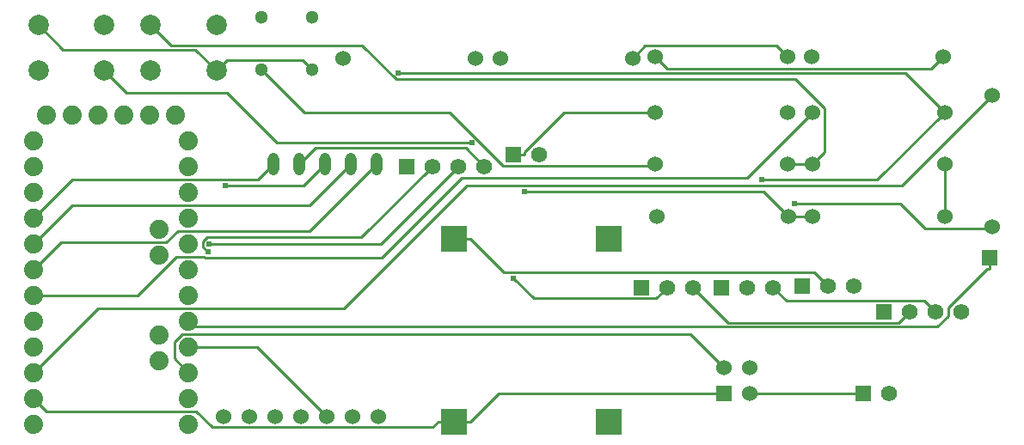
<source format=gtl>
G04 Layer: TopLayer*
G04 EasyEDA v6.5.51, 2025-10-23 01:57:06*
G04 64fcacbd124c4bd19f57d9140681f8df,69758d36ea3442baaf275648ad48867e,10*
G04 Gerber Generator version 0.2*
G04 Scale: 100 percent, Rotated: No, Reflected: No *
G04 Dimensions in millimeters *
G04 leading zeros omitted , absolute positions ,4 integer and 5 decimal *
%FSLAX45Y45*%
%MOMM*%

%ADD10C,0.2540*%
%ADD11R,1.5748X1.5748*%
%ADD12C,1.5748*%
%ADD13C,1.5240*%
%ADD14C,1.3000*%
%ADD15C,2.0000*%
%ADD16C,0.0115*%
%ADD17R,1.5240X1.5240*%
%ADD18C,1.8796*%
%ADD19R,2.5400X2.5400*%
%ADD20O,1.107948X2.215896*%
%ADD21C,0.6100*%

%LPD*%
D10*
X3733800Y-1473212D02*
G01*
X3047974Y-787387D01*
X2374900Y-787387D01*
X850900Y228612D02*
G01*
X1231900Y609612D01*
X3568700Y609612D01*
X3975100Y1016012D01*
X4229100Y1016012D02*
G01*
X3568827Y355739D01*
X2266543Y355739D01*
X2152116Y241312D01*
X1117600Y241312D01*
X850900Y-25387D01*
X850900Y-279387D02*
G01*
X1873910Y-279387D01*
X2254910Y101612D01*
X2525598Y101612D01*
X2537409Y89801D01*
X4279493Y89801D01*
X5066538Y876846D01*
X7872247Y876846D01*
X8519413Y1524012D01*
X850900Y-1041387D02*
G01*
X1485900Y-406387D01*
X3903675Y-406387D01*
X5112511Y802449D01*
X9398050Y802449D01*
X10287000Y1691398D01*
X3721100Y1016012D02*
G01*
X3508629Y803541D01*
X2733319Y803541D01*
X2374900Y-533387D02*
G01*
X2431440Y-589927D01*
X9749281Y-589927D01*
X9855200Y-484009D01*
X9855200Y-397471D01*
X10234929Y-17741D01*
X10261600Y-17741D01*
X10261600Y88912D02*
G01*
X10261600Y-17741D01*
X8270011Y2070112D02*
G01*
X8158734Y2181390D01*
X6869988Y2181390D01*
X6746011Y2057412D01*
X4434992Y1911108D02*
G01*
X9432315Y1911108D01*
X9819411Y1524012D01*
X9819411Y1524012D02*
G01*
X9156420Y861021D01*
X8016697Y861021D01*
X8338515Y621118D02*
G01*
X9383166Y621118D01*
X9628504Y375780D01*
X10271379Y375780D01*
X10287000Y391401D01*
X2374900Y-1041387D02*
G01*
X2234895Y-901382D01*
X2234895Y-735723D01*
X2310231Y-660387D01*
X7315200Y-660387D01*
X7645400Y-990587D01*
X5146014Y-1523987D02*
G01*
X5425414Y-1244587D01*
X7645400Y-1244587D01*
X4991100Y-1523987D02*
G01*
X5146014Y-1523987D01*
X850900Y-1295387D02*
G01*
X977900Y-1422387D01*
X2450211Y-1422387D01*
X2608706Y-1580883D01*
X4779289Y-1580883D01*
X4836185Y-1523987D01*
X4991100Y-1523987D02*
G01*
X4836185Y-1523987D01*
X4991100Y279412D02*
G01*
X5146014Y279412D01*
X8674100Y-190487D02*
G01*
X8534603Y-50990D01*
X5476417Y-50990D01*
X5146014Y279412D01*
X7899400Y-1244587D02*
G01*
X9017000Y-1244587D01*
X2576296Y228688D02*
G01*
X4267276Y228688D01*
X5029200Y990612D01*
X2561666Y148374D02*
G01*
X2515692Y194348D01*
X2515692Y253885D01*
X2553995Y292188D01*
X4076776Y292188D01*
X4775200Y990612D01*
X8519388Y495312D02*
G01*
X8282711Y495312D01*
X8282711Y495312D02*
G01*
X8036966Y741057D01*
X5681827Y741057D01*
X5164963Y1221498D02*
G01*
X3246196Y1221498D01*
X2753029Y1714665D01*
X1763547Y1714665D01*
X1544193Y1934019D01*
X8519413Y1016012D02*
G01*
X8270011Y1016012D01*
X1999106Y2384005D02*
G01*
X2199893Y2183218D01*
X4080052Y2183218D01*
X4416094Y1847176D01*
X8350554Y1847176D01*
X8636736Y1560995D01*
X8636736Y1133335D01*
X8519413Y1016012D01*
X6970013Y1016012D02*
G01*
X6952081Y998080D01*
X5471236Y998080D01*
X4948554Y1520761D01*
X3512464Y1520761D01*
X3090113Y1943112D01*
X7086600Y-203187D02*
G01*
X6979767Y-310019D01*
X5771768Y-310019D01*
X5571312Y-109562D01*
X5283200Y990612D02*
G01*
X5101539Y1172273D01*
X3623360Y1172273D01*
X3467100Y1016012D01*
X894206Y2384005D02*
G01*
X1135786Y2142426D01*
X2440686Y2142426D01*
X2649093Y1934019D01*
X2649093Y1934019D02*
G01*
X2754401Y2039327D01*
X3493897Y2039327D01*
X3590112Y1943112D01*
X6970013Y1524012D02*
G01*
X6074384Y1524012D01*
X5681954Y1131582D01*
X5681954Y1104912D01*
X5575300Y1104912D02*
G01*
X5681954Y1104912D01*
X9819386Y495312D02*
G01*
X9819386Y1015987D01*
X9819411Y1016012D01*
X850900Y482612D02*
G01*
X1231900Y863612D01*
X3060700Y863612D01*
X3213100Y1016012D01*
X9806711Y2070112D02*
G01*
X9688499Y1951901D01*
X7088225Y1951901D01*
X6970013Y2070112D01*
X8128000Y-203187D02*
G01*
X8260130Y-335318D01*
X9621215Y-335318D01*
X9728200Y-442302D01*
X7340600Y-203187D02*
G01*
X7686547Y-549135D01*
X9367367Y-549135D01*
X9474200Y-442302D01*
D11*
G01*
X9220200Y-442315D03*
D12*
G01*
X9474200Y-442315D03*
G01*
X9728200Y-442315D03*
G01*
X9982200Y-442315D03*
D13*
G01*
X9806711Y2070100D03*
G01*
X8506688Y2070100D03*
D14*
G01*
X3590112Y1943100D03*
G01*
X3090113Y1943100D03*
G01*
X3090087Y2463800D03*
G01*
X3590086Y2463800D03*
D15*
G01*
X1999106Y2383993D03*
G01*
X2649093Y2383993D03*
G01*
X2649093Y1934006D03*
G01*
X1999106Y1934006D03*
G01*
X1544193Y1934006D03*
G01*
X894206Y1934006D03*
G01*
X894206Y2383993D03*
G01*
X1544193Y2383993D03*
D11*
G01*
X4521200Y990600D03*
D12*
G01*
X4775200Y990600D03*
G01*
X5029200Y990600D03*
G01*
X5283200Y990600D03*
D11*
G01*
X5575300Y1104900D03*
D12*
G01*
X5829300Y1104900D03*
D11*
G01*
X9017000Y-1244600D03*
D12*
G01*
X9271000Y-1244600D03*
D17*
G01*
X7645400Y-1244600D03*
D13*
G01*
X7645400Y-990600D03*
G01*
X7899400Y-1244600D03*
G01*
X7899400Y-990600D03*
D11*
G01*
X6832600Y-203200D03*
D12*
G01*
X7086600Y-203200D03*
G01*
X7340600Y-203200D03*
D11*
G01*
X7620000Y-203200D03*
D12*
G01*
X7874000Y-203200D03*
G01*
X8128000Y-203200D03*
D11*
G01*
X8420100Y-190500D03*
D12*
G01*
X8674100Y-190500D03*
G01*
X8928100Y-190500D03*
D11*
G01*
X10261600Y88900D03*
D18*
G01*
X850900Y-1549400D03*
G01*
X850900Y-1295400D03*
G01*
X850900Y-1041400D03*
G01*
X850900Y-787400D03*
G01*
X850900Y-533400D03*
G01*
X850900Y-279400D03*
G01*
X850900Y-25400D03*
G01*
X850900Y228600D03*
G01*
X850900Y482600D03*
G01*
X850900Y736600D03*
G01*
X850900Y990600D03*
G01*
X850900Y1244600D03*
G01*
X2247900Y1498600D03*
G01*
X1993900Y1498600D03*
G01*
X1739900Y1498600D03*
G01*
X1485900Y1498600D03*
G01*
X1231900Y1498600D03*
G01*
X977900Y1498600D03*
G01*
X2374900Y1244600D03*
G01*
X2374900Y990600D03*
G01*
X2374900Y736600D03*
G01*
X2374900Y482600D03*
G01*
X2374900Y228600D03*
G01*
X2374900Y-25400D03*
G01*
X2374900Y-279400D03*
G01*
X2374900Y-533400D03*
G01*
X2374900Y-787400D03*
G01*
X2374900Y-1041400D03*
G01*
X2374900Y-1295400D03*
G01*
X2374900Y-1549400D03*
G01*
X2082800Y114300D03*
G01*
X2082800Y368300D03*
G01*
X2082800Y-927100D03*
G01*
X2082800Y-673100D03*
D13*
G01*
X8282711Y495300D03*
G01*
X6982713Y495300D03*
G01*
X9819386Y495300D03*
G01*
X8519388Y495300D03*
G01*
X8270011Y1016000D03*
G01*
X6970013Y1016000D03*
G01*
X9819411Y1016000D03*
G01*
X8519413Y1016000D03*
G01*
X10287000Y391388D03*
G01*
X10287000Y1691386D03*
G01*
X6970013Y1524000D03*
G01*
X8270011Y1524000D03*
G01*
X9819411Y1524000D03*
G01*
X8519413Y1524000D03*
G01*
X5196611Y2057400D03*
G01*
X3896613Y2057400D03*
G01*
X6746011Y2057400D03*
G01*
X5446013Y2057400D03*
G01*
X6970013Y2070100D03*
G01*
X8270011Y2070100D03*
D19*
G01*
X4991100Y-1524000D03*
G01*
X6515100Y-1524000D03*
G01*
X4991100Y279400D03*
G01*
X6515100Y279400D03*
D13*
G01*
X4241800Y-1473225D03*
G01*
X3987800Y-1473225D03*
G01*
X3733800Y-1473225D03*
G01*
X3479800Y-1473225D03*
G01*
X3225800Y-1473225D03*
G01*
X2971800Y-1473225D03*
G01*
X2717800Y-1473225D03*
D20*
G01*
X3213100Y1016000D03*
G01*
X3467100Y1016000D03*
G01*
X3721100Y1016000D03*
G01*
X3975100Y1016000D03*
G01*
X4229100Y1016000D03*
D21*
G01*
X5571312Y-109575D03*
G01*
X5164963Y1221486D03*
G01*
X5681827Y741045D03*
G01*
X2561666Y148361D03*
G01*
X2576296Y228676D03*
G01*
X8338515Y621106D03*
G01*
X8016697Y861009D03*
G01*
X4434992Y1911095D03*
G01*
X2733319Y803529D03*
M02*

</source>
